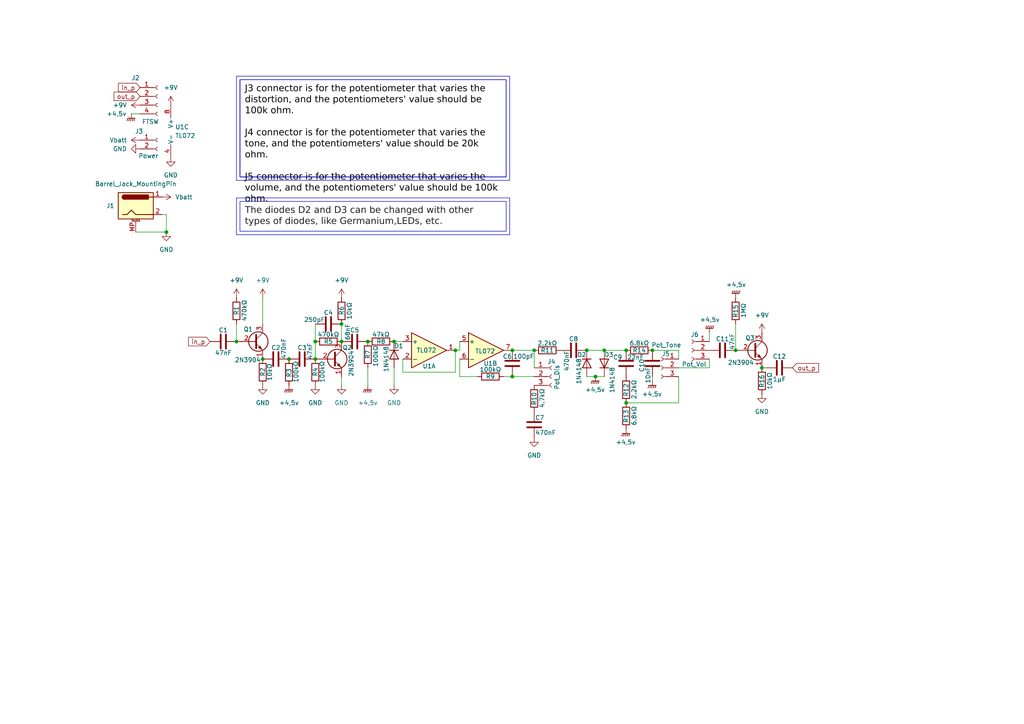
<source format=kicad_sch>
(kicad_sch (version 20231120) (generator "eeschema") (generator_version "8.0")
  (paper "A4")
  (title_block (title "DST - 2 Distortion pedal") (date "12.03.2025") (rev "1") (company "Black Mesa Research Facility"))
  (lib_symbols
    (symbol "Amplifier_Operational:TL072" (pin_names (offset 0.127))
      (property "Reference" "U" (at 0 5.08 0))
      (property "Value" "TL072" (at 0 -5.08 0))
      (symbol "TL072_1_1"
        (polyline (pts (xy -5.08 5.08) (xy 5.08 0) (xy -5.08 -5.08) (xy -5.08 5.08)) (stroke (width 0.254)) (fill (type background)))
        (pin output line (at 7.62 0 180) (length 2.54) (name "~") (number "1"))
        (pin input line (at -7.62 -2.54 0) (length 2.54) (name "-") (number "2"))
        (pin input line (at -7.62 2.54 0) (length 2.54) (name "+") (number "3"))
      )
      (symbol "TL072_2_1"
        (polyline (pts (xy -5.08 5.08) (xy 5.08 0) (xy -5.08 -5.08) (xy -5.08 5.08)) (stroke (width 0.254)) (fill (type background)))
        (pin input line (at -7.62 2.54 0) (length 2.54) (name "+") (number "5"))
        (pin input line (at -7.62 -2.54 0) (length 2.54) (name "-") (number "6"))
        (pin output line (at 7.62 0 180) (length 2.54) (name "~") (number "7"))
      )
      (symbol "TL072_3_1"
        (pin power_in line (at -2.54 -7.62 90) (length 3.81) (name "V-") (number "4"))
        (pin power_in line (at -2.54 7.62 270) (length 3.81) (name "V+") (number "8"))
      )
    )
    (symbol "Connector:Barrel_Jack_MountingPin" (pin_names hide)
      (property "Reference" "J" (at 0 5.334 0))
      (property "Value" "Barrel_Jack_MountingPin" (at 1.27 -6.35 0))
      (symbol "Barrel_Jack_MountingPin_0_1"
        (rectangle (start -5.08 3.81) (end 5.08 -3.81) (stroke (width 0.254)) (fill (type background)))
        (arc (start -3.302 3.175) (mid -3.9343 2.54) (end -3.302 1.905) (stroke (width 0.254)))
        (arc (start -3.302 3.175) (mid -3.9343 2.54) (end -3.302 1.905) (stroke (width 0.254)) (fill (type outline)))
        (polyline (pts (xy 5.08 2.54) (xy 3.81 2.54)) (stroke (width 0.254)))
        (polyline (pts (xy -3.81 -2.54) (xy -2.54 -2.54) (xy -1.27 -1.27) (xy 0 -2.54) (xy 2.54 -2.54) (xy 5.08 -2.54)) (stroke (width 0.254)))
        (rectangle (start 3.683 3.175) (end -3.302 1.905) (stroke (width 0.254)) (fill (type outline)))
      )
      (symbol "Barrel_Jack_MountingPin_1_1"
        (polyline (pts (xy -1.016 -4.572) (xy 1.016 -4.572)) (stroke (width 0.1524)))
        (text "Mounting" (at 0 -4.191 0) (effects (font (size 0.381 0.381))))
        (pin passive line (at 7.62 2.54 180) (length 2.54) (name "~") (number "1"))
        (pin passive line (at 7.62 -2.54 180) (length 2.54) (name "~") (number "2"))
        (pin passive line (at 0 -7.62 90) (length 3.048) (name "MountPin") (number "MP"))
      )
    )
    (symbol "Connector:Conn_01x02_Socket" (pin_names (offset 1.016) hide)
      (property "Reference" "J" (at 0 2.54 0))
      (property "Value" "Conn_01x02_Socket" (at 0 -5.08 0))
      (symbol "Conn_01x02_Socket_1_1"
        (arc (start 0 -2.032) (mid -0.5058 -2.54) (end 0 -3.048) (stroke (width 0.1524)))
        (polyline (pts (xy -1.27 -2.54) (xy -0.508 -2.54)) (stroke (width 0.1524)))
        (polyline (pts (xy -1.27 0) (xy -0.508 0)) (stroke (width 0.1524)))
        (arc (start 0 0.508) (mid -0.5058 0) (end 0 -0.508) (stroke (width 0.1524)))
        (pin passive line (at -5.08 0 0) (length 3.81) (name "Pin_1") (number "1"))
        (pin passive line (at -5.08 -2.54 0) (length 3.81) (name "Pin_2") (number "2"))
      )
    )
    (symbol "Connector:Conn_01x03_Socket" (pin_names (offset 1.016) hide)
      (property "Reference" "J" (at 0 5.08 0))
      (property "Value" "Conn_01x03_Socket" (at 0 -5.08 0))
      (symbol "Conn_01x03_Socket_1_1"
        (arc (start 0 -2.032) (mid -0.5058 -2.54) (end 0 -3.048) (stroke (width 0.1524)))
        (polyline (pts (xy -1.27 -2.54) (xy -0.508 -2.54)) (stroke (width 0.1524)))
        (polyline (pts (xy -1.27 0) (xy -0.508 0)) (stroke (width 0.1524)))
        (polyline (pts (xy -1.27 2.54) (xy -0.508 2.54)) (stroke (width 0.1524)))
        (arc (start 0 0.508) (mid -0.5058 0) (end 0 -0.508) (stroke (width 0.1524)))
        (arc (start 0 3.048) (mid -0.5058 2.54) (end 0 2.032) (stroke (width 0.1524)))
        (pin passive line (at -5.08 2.54 0) (length 3.81) (name "Pin_1") (number "1"))
        (pin passive line (at -5.08 0 0) (length 3.81) (name "Pin_2") (number "2"))
        (pin passive line (at -5.08 -2.54 0) (length 3.81) (name "Pin_3") (number "3"))
      )
    )
    (symbol "Connector:Conn_01x04_Socket" (pin_names (offset 1.016) hide)
      (property "Reference" "J" (at 0 5.08 0))
      (property "Value" "Conn_01x04_Socket" (at 0 -7.62 0))
      (symbol "Conn_01x04_Socket_1_1"
        (arc (start 0 -4.572) (mid -0.5058 -5.08) (end 0 -5.588) (stroke (width 0.1524)))
        (arc (start 0 -2.032) (mid -0.5058 -2.54) (end 0 -3.048) (stroke (width 0.1524)))
        (polyline (pts (xy -1.27 -5.08) (xy -0.508 -5.08)) (stroke (width 0.1524)))
        (polyline (pts (xy -1.27 -2.54) (xy -0.508 -2.54)) (stroke (width 0.1524)))
        (polyline (pts (xy -1.27 0) (xy -0.508 0)) (stroke (width 0.1524)))
        (polyline (pts (xy -1.27 2.54) (xy -0.508 2.54)) (stroke (width 0.1524)))
        (arc (start 0 0.508) (mid -0.5058 0) (end 0 -0.508) (stroke (width 0.1524)))
        (arc (start 0 3.048) (mid -0.5058 2.54) (end 0 2.032) (stroke (width 0.1524)))
        (pin passive line (at -5.08 2.54 0) (length 3.81) (name "Pin_1") (number "1"))
        (pin passive line (at -5.08 0 0) (length 3.81) (name "Pin_2") (number "2"))
        (pin passive line (at -5.08 -2.54 0) (length 3.81) (name "Pin_3") (number "3"))
        (pin passive line (at -5.08 -5.08 0) (length 3.81) (name "Pin_4") (number "4"))
      )
    )
    (symbol "Device:C" (pin_numbers hide) (pin_names (offset 0.254))
      (property "Reference" "C" (at 0.635 2.54 0))
      (property "Value" "C" (at 0.635 -2.54 0))
      (symbol "C_0_1"
        (polyline (pts (xy -2.032 -0.762) (xy 2.032 -0.762)) (stroke (width 0.508)))
        (polyline (pts (xy -2.032 0.762) (xy 2.032 0.762)) (stroke (width 0.508)))
      )
      (symbol "C_1_1"
        (pin passive line (at 0 3.81 270) (length 2.794) (name "~") (number "1"))
        (pin passive line (at 0 -3.81 90) (length 2.794) (name "~") (number "2"))
      )
    )
    (symbol "Device:R" (pin_numbers hide) (pin_names (offset 0))
      (property "Reference" "R" (at 2.032 0 90))
      (property "Value" "R" (at 0 0 90))
      (symbol "R_0_1"
        (rectangle (start -1.016 -2.54) (end 1.016 2.54) (stroke (width 0.254)))
      )
      (symbol "R_1_1"
        (pin passive line (at 0 3.81 270) (length 1.27) (name "~") (number "1"))
        (pin passive line (at 0 -3.81 90) (length 1.27) (name "~") (number "2"))
      )
    )
    (symbol "Diode:1N4148" (pin_numbers hide) (pin_names hide)
      (property "Reference" "D" (at 0 2.54 0))
      (property "Value" "1N4148" (at 0 -2.54 0))
      (symbol "1N4148_0_1"
        (polyline (pts (xy -1.27 1.27) (xy -1.27 -1.27)) (stroke (width 0.254)))
        (polyline (pts (xy 1.27 0) (xy -1.27 0)))
        (polyline (pts (xy 1.27 1.27) (xy 1.27 -1.27) (xy -1.27 0) (xy 1.27 1.27)) (stroke (width 0.254)))
      )
      (symbol "1N4148_1_1"
        (pin passive line (at -3.81 0 0) (length 2.54) (name "K") (number "1"))
        (pin passive line (at 3.81 0 180) (length 2.54) (name "A") (number "2"))
      )
    )
    (symbol "Transistor_BJT:2N3904" (pin_names (offset 0) hide)
      (property "Reference" "Q" (at 5.08 1.905 0))
      (property "Value" "2N3904" (at 5.08 0 0))
      (symbol "2N3904_0_1"
        (polyline (pts (xy 0.635 0.635) (xy 2.54 2.54)))
        (polyline (pts (xy 0.635 -0.635) (xy 2.54 -2.54) (xy 2.54 -2.54)))
        (polyline (pts (xy 0.635 1.905) (xy 0.635 -1.905) (xy 0.635 -1.905)) (stroke (width 0.508)))
        (polyline (pts (xy 1.27 -1.778) (xy 1.778 -1.27) (xy 2.286 -2.286) (xy 1.27 -1.778) (xy 1.27 -1.778)) (fill (type outline)))
        (circle (center 1.27 0) (radius 2.8194) (stroke (width 0.254)))
      )
      (symbol "2N3904_1_1"
        (pin passive line (at 2.54 -5.08 90) (length 2.54) (name "E") (number "1"))
        (pin passive line (at -5.08 0 0) (length 5.715) (name "B") (number "2"))
        (pin passive line (at 2.54 5.08 270) (length 2.54) (name "C") (number "3"))
      )
    )
    (symbol "power:+9V" (power) (pin_numbers hide) (pin_names (offset 0) hide)
      (property "Value" "+9V" (at 0 3.556 0))
      (symbol "+9V_0_1"
        (polyline (pts (xy -0.762 1.27) (xy 0 2.54)))
        (polyline (pts (xy 0 0) (xy 0 2.54)))
        (polyline (pts (xy 0 2.54) (xy 0.762 1.27)))
      )
      (symbol "+9V_1_1"
        (pin power_in line (at 0 0 90) (length 0) (name "~") (number "1"))
      )
    )
    (symbol "power:+BATT" (power) (pin_numbers hide) (pin_names (offset 0) hide)
      (property "Value" "+BATT" (at 0 3.556 0))
      (symbol "+BATT_0_1"
        (polyline (pts (xy -0.762 1.27) (xy 0 2.54)))
        (polyline (pts (xy 0 0) (xy 0 2.54)))
        (polyline (pts (xy 0 2.54) (xy 0.762 1.27)))
      )
      (symbol "+BATT_1_1"
        (pin power_in line (at 0 0 90) (length 0) (name "~") (number "1"))
      )
    )
    (symbol "power:GND" (power) (pin_numbers hide) (pin_names (offset 0) hide)
      (property "Value" "GND" (at 0 -3.81 0))
      (symbol "GND_0_1"
        (polyline (pts (xy 0 0) (xy 0 -1.27) (xy 1.27 -1.27) (xy 0 -2.54) (xy -1.27 -1.27) (xy 0 -1.27)))
      )
      (symbol "GND_1_1"
        (pin power_in line (at 0 0 270) (length 0) (name "~") (number "1"))
      )
    )
    (symbol "power:GNDPWR" (power) (pin_numbers hide) (pin_names (offset 0) hide)
      (property "Value" "GNDPWR" (at 0 -3.302 0))
      (symbol "GNDPWR_0_1"
        (polyline (pts (xy 0 -1.27) (xy 0 0)))
        (polyline (pts (xy -1.016 -1.27) (xy -1.27 -2.032) (xy -1.27 -2.032)) (stroke (width 0.2032)))
        (polyline (pts (xy -0.508 -1.27) (xy -0.762 -2.032) (xy -0.762 -2.032)) (stroke (width 0.2032)))
        (polyline (pts (xy 0 -1.27) (xy -0.254 -2.032) (xy -0.254 -2.032)) (stroke (width 0.2032)))
        (polyline (pts (xy 0.508 -1.27) (xy 0.254 -2.032) (xy 0.254 -2.032)) (stroke (width 0.2032)))
        (polyline (pts (xy 1.016 -1.27) (xy -1.016 -1.27) (xy -1.016 -1.27)) (stroke (width 0.2032)))
        (polyline (pts (xy 1.016 -1.27) (xy 0.762 -2.032) (xy 0.762 -2.032) (xy 0.762 -2.032)) (stroke (width 0.2032)))
      )
      (symbol "GNDPWR_1_1"
        (pin power_in line (at 0 0 270) (length 0) (name "~") (number "1"))
      )
    )
  )
  (junction (at 91.44 104.14))
  (junction (at 148.59 109.22))
  (junction (at 148.59 101.6))
  (junction (at 181.61 101.6))
  (junction (at 181.61 116.84))
  (junction (at 132.08 101.6))
  (junction (at 83.82 104.14))
  (junction (at 91.44 99.06))
  (junction (at 99.06 99.06))
  (junction (at 170.18 101.6))
  (junction (at 172.72 109.22))
  (junction (at 213.36 101.6))
  (junction (at 76.2 104.14))
  (junction (at 106.68 99.06))
  (junction (at 114.3 99.06))
  (junction (at 48.26 67.31))
  (junction (at 175.26 101.6))
  (junction (at 189.23 101.6))
  (junction (at 220.98 106.68))
  (junction (at 99.06 93.98))
  (junction (at 68.58 99.06))
  (junction (at 154.94 101.6))
  (wire (pts (xy 116.84 107.95) (xy 132.08 107.95)))
  (wire (pts (xy 175.26 101.6) (xy 181.61 101.6)))
  (wire (pts (xy 148.59 101.6) (xy 154.94 101.6)))
  (wire (pts (xy 196.85 116.84) (xy 196.85 109.22)))
  (wire (pts (xy 39.37 67.31) (xy 48.26 67.31)))
  (wire (pts (xy 114.3 111.76) (xy 114.3 106.68)))
  (wire (pts (xy 99.06 93.98) (xy 99.06 99.06)))
  (wire (pts (xy 205.74 104.14) (xy 205.74 106.68)))
  (wire (pts (xy 91.44 99.06) (xy 91.44 104.14)))
  (wire (pts (xy 205.74 106.68) (xy 196.85 106.68)))
  (wire (pts (xy 170.18 109.22) (xy 172.72 109.22)))
  (wire (pts (xy 222.25 106.68) (xy 220.98 106.68)))
  (wire (pts (xy 205.74 96.52) (xy 205.74 99.06)))
  (wire (pts (xy 38.1 33.02) (xy 40.64 33.02)))
  (wire (pts (xy 196.85 104.14) (xy 196.85 101.6)))
  (wire (pts (xy 91.44 93.98) (xy 91.44 99.06)))
  (wire (pts (xy 68.58 93.98) (xy 68.58 99.06)))
  (wire (pts (xy 133.35 99.06) (xy 133.35 101.6)))
  (wire (pts (xy 132.08 101.6) (xy 133.35 101.6)))
  (wire (pts (xy 133.35 109.22) (xy 133.35 104.14)))
  (wire (pts (xy 213.36 93.98) (xy 213.36 101.6)))
  (wire (pts (xy 114.3 99.06) (xy 116.84 99.06)))
  (wire (pts (xy 146.05 109.22) (xy 148.59 109.22)))
  (wire (pts (xy 116.84 104.14) (xy 116.84 107.95)))
  (wire (pts (xy 172.72 109.22) (xy 175.26 109.22)))
  (wire (pts (xy 196.85 101.6) (xy 189.23 101.6)))
  (wire (pts (xy 154.94 101.6) (xy 154.94 106.68)))
  (wire (pts (xy 132.08 107.95) (xy 132.08 101.6)))
  (wire (pts (xy 170.18 101.6) (xy 175.26 101.6)))
  (wire (pts (xy 138.43 109.22) (xy 133.35 109.22)))
  (wire (pts (xy 99.06 109.22) (xy 99.06 111.76)))
  (wire (pts (xy 76.2 86.36) (xy 76.2 93.98)))
  (wire (pts (xy 106.68 111.76) (xy 106.68 106.68)))
  (wire (pts (xy 48.26 67.31) (xy 48.26 62.23)))
  (wire (pts (xy 148.59 109.22) (xy 154.94 109.22)))
  (wire (pts (xy 189.23 109.22) (xy 189.23 110.49)))
  (wire (pts (xy 46.99 62.23) (xy 48.26 62.23)))
  (wire (pts (xy 181.61 116.84) (xy 196.85 116.84)))
  (rectangle (start 68.58 22.098) (end 147.828 52.324))
  (rectangle (start 68.58 57.404) (end 147.828 68.072))
  (rectangle (start 69.596 23.114) (end 146.812 51.308))
  (text_box "J3 connector is for the potentiometer that varies the distortion, and the potentiometers' value should be 100k ohm.\n\nJ4 connector is for the potentiometer that varies the tone, and the potentiometers' value should be 20k ohm.\n\nJ5 connector is for the potentiometer that varies the volume, and the potentiometers' value should be 100k ohm." (at 69.596 23.114 0) (size 77.216 28.194) (effects (font (size 1.905 1.905) (italic yes)) (justify left top)))
  (text_box "The diodes D2 and D3 can be changed with other types of diodes, like Germanium,LEDs, etc." (at 69.596 58.42 0) (size 77.216 8.636) (effects (font (size 1.905 1.905) (italic yes)) (justify left top)))
  (global_label "in_p" (shape input) (at 40.64 25.4 180) (property "Intersheetrefs" "${INTERSHEET_REFS}" (effects (hide yes))))
  (global_label "in_p" (shape input) (at 60.96 99.06 180) (property "Intersheetrefs" "${INTERSHEET_REFS}" (effects (hide yes))))
  (global_label "out_p" (shape input) (at 40.64 27.94 180) (property "Intersheetrefs" "${INTERSHEET_REFS}" (effects (hide yes))))
  (global_label "out_p" (shape input) (at 229.87 106.68 0) (property "Intersheetrefs" "${INTERSHEET_REFS}" (effects (hide yes))))
  (symbol (lib_id "Amplifier_Operational:TL072") (at 140.97 101.6 0) (unit 2)
    (property "Reference" "U1" (at 142.24 105.41 0))
    (property "Value" "TL072" (at 140.716 101.854 0))
    (property "Footprint" "Package_DIP:DIP-8_W8.89mm_SMDSocket_LongPads" (effects (hide yes)))
    (property "Datasheet" "http://www.ti.com/lit/ds/symlink/tl071.pdf" (effects (hide yes)))
    (property "Description" "Dual Low-Noise JFET-Input Operational Amplifiers, DIP-8/SOIC-8" (effects (hide yes)))
  )
  (symbol (lib_id "Transistor_BJT:2N3904") (at 73.66 99.06 0) (unit 1)
    (property "Reference" "Q1" (at 70.612 95.504 0) (effects (justify left)))
    (property "Value" "2N3904" (at 68.072 104.394 0) (effects (justify left)))
    (property "Footprint" "Package_TO_SOT_THT:TO-92_Inline" (effects (hide yes)))
    (property "Datasheet" "https://www.onsemi.com/pub/Collateral/2N3903-D.PDF" (effects (hide yes)))
    (property "Description" "0.2A Ic, 40V Vce, Small Signal NPN Transistor, TO-92" (effects (hide yes)))
  )
  (symbol (lib_id "Amplifier_Operational:TL072") (at 52.07 38.1 0) (unit 3)
    (property "Reference" "U1" (at 50.8 36.8299 0) (effects (justify left)))
    (property "Value" "TL072" (at 50.8 39.3699 0) (effects (justify left)))
    (property "Footprint" "Package_DIP:DIP-8_W8.89mm_SMDSocket_LongPads" (effects (hide yes)))
    (property "Datasheet" "http://www.ti.com/lit/ds/symlink/tl071.pdf" (effects (hide yes)))
    (property "Description" "Dual Low-Noise JFET-Input Operational Amplifiers, DIP-8/SOIC-8" (effects (hide yes)))
  )
  (symbol (lib_id "power:+9V") (at 99.06 86.36 0) (unit 1)
    (property "Reference" "#PWR014" (effects (hide yes)))
    (property "Value" "+9V" (at 99.06 81.28 0))
    (property "Description" "Power symbol creates a global label with name \"+9V\"" (effects (hide yes)))
  )
  (symbol (lib_id "Device:R") (at 76.2 107.95 0) (unit 1)
    (property "Reference" "R2" (at 76.2 109.22 90) (effects (justify left)))
    (property "Value" "10kΩ" (at 78.232 110.49 90) (effects (justify left)))
    (property "Footprint" "Resistor_SMD:R_0603_1608Metric_Pad0.98x0.95mm_HandSolder" (effects (hide yes)))
    (property "Description" "Resistor" (effects (hide yes)))
  )
  (symbol (lib_id "power:GND") (at 48.26 67.31 0) (unit 1)
    (property "Reference" "#PWR06" (effects (hide yes)))
    (property "Value" "GND" (at 48.26 72.39 0))
    (property "Description" "Power symbol creates a global label with name \"GND\" , ground" (effects (hide yes)))
  )
  (symbol (lib_id "Device:C") (at 148.59 105.41 0) (unit 1)
    (property "Reference" "C6" (at 145.796 103.378 0) (effects (justify left)))
    (property "Value" "100pF" (at 148.844 103.378 0) (effects (justify left)))
    (property "Footprint" "Capacitor_SMD:C_0603_1608Metric_Pad1.08x0.95mm_HandSolder" (effects (hide yes)))
    (property "Description" "Unpolarized capacitor" (effects (hide yes)))
  )
  (symbol (lib_id "power:GND") (at 220.98 114.3 0) (unit 1)
    (property "Reference" "#PWR025" (effects (hide yes)))
    (property "Value" "GND" (at 220.98 119.38 0))
    (property "Description" "Power symbol creates a global label with name \"GND\" , ground" (effects (hide yes)))
  )
  (symbol (lib_id "power:GNDPWR") (at 38.1 33.02 0) (unit 1)
    (property "Reference" "#PWR01" (effects (hide yes)))
    (property "Value" "+4,5v" (at 33.782 33.02 0))
    (property "Description" "Power symbol creates a global label with name \"GNDPWR\" , global ground" (effects (hide yes)))
  )
  (symbol (lib_id "Device:C") (at 95.25 93.98 90) (unit 1)
    (property "Reference" "C4" (at 95.25 90.678 90))
    (property "Value" "250pF" (at 91.186 92.71 90))
    (property "Footprint" "Capacitor_SMD:C_0603_1608Metric_Pad1.08x0.95mm_HandSolder" (effects (hide yes)))
    (property "Description" "Unpolarized capacitor" (effects (hide yes)))
  )
  (symbol (lib_id "Diode:1N4148") (at 114.3 102.87 270) (unit 1)
    (property "Reference" "D1" (at 114.3 100.33 90) (effects (justify left)))
    (property "Value" "1N4148" (at 112.014 100.33 0) (effects (justify left)))
    (property "Footprint" "Diode_THT:D_DO-35_SOD27_P7.62mm_Horizontal" (effects (hide yes)))
    (property "Datasheet" "https://assets.nexperia.com/documents/data-sheet/1N4148_1N4448.pdf" (effects (hide yes)))
    (property "Description" "100V 0.15A standard switching diode, DO-35" (effects (hide yes)))
    (property "Sim.Device" "D" (effects (hide yes)))
    (property "Sim.Pins" "1=K 2=A" (effects (hide yes)))
  )
  (symbol (lib_id "power:GND") (at 49.53 45.72 0) (unit 1)
    (property "Reference" "#PWR08" (effects (hide yes)))
    (property "Value" "GND" (at 49.53 50.8 0))
    (property "Description" "Power symbol creates a global label with name \"GND\" , ground" (effects (hide yes)))
  )
  (symbol (lib_id "Device:R") (at 154.94 115.57 0) (unit 1)
    (property "Reference" "R10" (at 154.94 117.602 90) (effects (justify left)))
    (property "Value" "4.7kΩ" (at 157.226 118.364 90) (effects (justify left)))
    (property "Footprint" "Resistor_SMD:R_0603_1608Metric_Pad0.98x0.95mm_HandSolder" (effects (hide yes)))
    (property "Description" "Resistor" (effects (hide yes)))
  )
  (symbol (lib_id "Device:R") (at 95.25 99.06 90) (unit 1)
    (property "Reference" "R5" (at 95.25 99.06 90))
    (property "Value" "470kΩ" (at 95.25 97.028 90))
    (property "Footprint" "Resistor_SMD:R_0603_1608Metric_Pad0.98x0.95mm_HandSolder" (effects (hide yes)))
    (property "Description" "Resistor" (effects (hide yes)))
  )
  (symbol (lib_id "Connector:Conn_01x03_Socket") (at 160.02 109.22 0) (unit 1)
    (property "Reference" "J4" (at 158.75 104.902 0) (effects (justify left)))
    (property "Value" "Pot_Dis" (at 161.544 113.03 90) (effects (justify left)))
    (property "Footprint" "Connector_JST:JST_XH_B3B-XH-A_1x03_P2.50mm_Vertical" (effects (hide yes)))
    (property "Description" "Generic connector, single row, 01x03, script generated" (effects (hide yes)))
  )
  (symbol (lib_id "power:GND") (at 114.3 111.76 0) (unit 1)
    (property "Reference" "#PWR017" (effects (hide yes)))
    (property "Value" "GND" (at 114.3 116.84 0))
    (property "Description" "Power symbol creates a global label with name \"GND\" , ground" (effects (hide yes)))
  )
  (symbol (lib_id "power:+9V") (at 49.53 30.48 0) (unit 1)
    (property "Reference" "#PWR07" (effects (hide yes)))
    (property "Value" "+9V" (at 49.53 25.4 0))
    (property "Description" "Power symbol creates a global label with name \"+9V\"" (effects (hide yes)))
  )
  (symbol (lib_id "Connector:Barrel_Jack_MountingPin") (at 39.37 59.69 0) (unit 1)
    (property "Reference" "J1" (at 32.004 59.69 0))
    (property "Value" "Barrel_Jack_MountingPin" (at 39.37 53.34 0))
    (property "Footprint" "Connector_BarrelJack:BarrelJack_Kycon_KLDX-0202-xC_Horizontal" (effects (hide yes)))
    (property "Description" "DC Barrel Jack with a mounting pin" (effects (hide yes)))
  )
  (symbol (lib_id "Device:R") (at 158.75 101.6 90) (unit 1)
    (property "Reference" "R11" (at 158.75 101.6 90))
    (property "Value" "2.2kΩ" (at 158.75 99.568 90))
    (property "Footprint" "Resistor_SMD:R_0603_1608Metric_Pad0.98x0.95mm_HandSolder" (effects (hide yes)))
    (property "Description" "Resistor" (effects (hide yes)))
  )
  (symbol (lib_id "power:GNDPWR") (at 205.74 96.52 180) (unit 1)
    (property "Reference" "#PWR022" (effects (hide yes)))
    (property "Value" "+4,5v" (at 205.867 92.71 0))
    (property "Description" "Power symbol creates a global label with name \"GNDPWR\" , global ground" (effects (hide yes)))
  )
  (symbol (lib_id "power:GND") (at 40.64 43.18 270) (unit 1)
    (property "Reference" "#PWR04" (effects (hide yes)))
    (property "Value" "GND" (at 36.83 43.1799 90) (effects (justify right)))
    (property "Description" "Power symbol creates a global label with name \"GND\" , ground" (effects (hide yes)))
  )
  (symbol (lib_id "Device:R") (at 181.61 120.65 0) (unit 1)
    (property "Reference" "R13" (at 181.61 122.682 90) (effects (justify left)))
    (property "Value" "6.8kΩ" (at 183.896 123.444 90) (effects (justify left)))
    (property "Footprint" "Resistor_SMD:R_0603_1608Metric_Pad0.98x0.95mm_HandSolder" (effects (hide yes)))
    (property "Description" "Resistor" (effects (hide yes)))
  )
  (symbol (lib_id "Amplifier_Operational:TL072") (at 124.46 101.6 0) (unit 1)
    (property "Reference" "U1" (at 124.46 106.172 0))
    (property "Value" "TL072" (at 123.698 101.6 0))
    (property "Footprint" "Package_DIP:DIP-8_W8.89mm_SMDSocket_LongPads" (effects (hide yes)))
    (property "Datasheet" "http://www.ti.com/lit/ds/symlink/tl071.pdf" (effects (hide yes)))
    (property "Description" "Dual Low-Noise JFET-Input Operational Amplifiers, DIP-8/SOIC-8" (effects (hide yes)))
  )
  (symbol (lib_id "Device:R") (at 213.36 90.17 0) (unit 1)
    (property "Reference" "R15" (at 213.36 92.202 90) (effects (justify left)))
    (property "Value" "1MΩ" (at 215.646 92.202 90) (effects (justify left)))
    (property "Footprint" "Resistor_SMD:R_0603_1608Metric_Pad0.98x0.95mm_HandSolder" (effects (hide yes)))
    (property "Description" "Resistor" (effects (hide yes)))
  )
  (symbol (lib_id "Device:R") (at 142.24 109.22 90) (unit 1)
    (property "Reference" "R9" (at 142.24 109.22 90))
    (property "Value" "100kΩ" (at 142.24 107.188 90))
    (property "Footprint" "Resistor_SMD:R_0603_1608Metric_Pad0.98x0.95mm_HandSolder" (effects (hide yes)))
    (property "Description" "Resistor" (effects (hide yes)))
  )
  (symbol (lib_id "Connector:Conn_01x04_Socket") (at 45.72 27.94 0) (unit 1)
    (property "Reference" "J2" (at 38.1 22.606 0) (effects (justify left)))
    (property "Value" "FTSW" (at 41.148 35.306 0) (effects (justify left)))
    (property "Footprint" "Connector_JST:JST_XH_B4B-XH-A_1x04_P2.50mm_Vertical" (effects (hide yes)))
    (property "Description" "Generic connector, single row, 01x04, script generated" (effects (hide yes)))
  )
  (symbol (lib_id "power:GND") (at 99.06 111.76 0) (unit 1)
    (property "Reference" "#PWR015" (effects (hide yes)))
    (property "Value" "GND" (at 99.06 116.84 0))
    (property "Description" "Power symbol creates a global label with name \"GND\" , ground" (effects (hide yes)))
  )
  (symbol (lib_id "Device:C") (at 181.61 105.41 0) (unit 1)
    (property "Reference" "C9" (at 177.8 103.632 0) (effects (justify left)))
    (property "Value" "22nF" (at 181.864 103.632 0) (effects (justify left)))
    (property "Footprint" "Capacitor_SMD:C_0603_1608Metric_Pad1.08x0.95mm_HandSolder" (effects (hide yes)))
    (property "Description" "Unpolarized capacitor" (effects (hide yes)))
  )
  (symbol (lib_id "Device:R") (at 68.58 90.17 0) (unit 1)
    (property "Reference" "R1" (at 68.58 91.44 90) (effects (justify left)))
    (property "Value" "470kΩ" (at 70.866 93.218 90) (effects (justify left)))
    (property "Footprint" "Resistor_SMD:R_0603_1608Metric_Pad0.98x0.95mm_HandSolder" (effects (hide yes)))
    (property "Description" "Resistor" (effects (hide yes)))
  )
  (symbol (lib_id "Device:R") (at 99.06 90.17 0) (unit 1)
    (property "Reference" "R6" (at 99.06 91.44 90) (effects (justify left)))
    (property "Value" "10kΩ" (at 101.346 92.71 90) (effects (justify left)))
    (property "Footprint" "Resistor_SMD:R_0603_1608Metric_Pad0.98x0.95mm_HandSolder" (effects (hide yes)))
    (property "Description" "Resistor" (effects (hide yes)))
  )
  (symbol (lib_id "Connector:Conn_01x03_Socket") (at 191.77 106.68 0) (mirror y) (unit 1)
    (property "Reference" "J5" (at 194.31 102.616 0) (effects (justify left)))
    (property "Value" "Pot_Tone" (at 197.612 100.076 0) (effects (justify left)))
    (property "Footprint" "Connector_JST:JST_XH_B3B-XH-A_1x03_P2.50mm_Vertical" (effects (hide yes)))
    (property "Description" "Generic connector, single row, 01x03, script generated" (effects (hide yes)))
  )
  (symbol (lib_id "power:GND") (at 91.44 111.76 0) (unit 1)
    (property "Reference" "#PWR013" (effects (hide yes)))
    (property "Value" "GND" (at 91.44 116.84 0))
    (property "Description" "Power symbol creates a global label with name \"GND\" , ground" (effects (hide yes)))
  )
  (symbol (lib_id "Device:C") (at 102.87 99.06 90) (unit 1)
    (property "Reference" "C5" (at 102.87 95.758 90))
    (property "Value" "68nF" (at 100.838 96.266 0))
    (property "Footprint" "Capacitor_SMD:C_0603_1608Metric_Pad1.08x0.95mm_HandSolder" (effects (hide yes)))
    (property "Description" "Unpolarized capacitor" (effects (hide yes)))
  )
  (symbol (lib_id "power:GNDPWR") (at 83.82 111.76 0) (unit 1)
    (property "Reference" "#PWR012" (effects (hide yes)))
    (property "Value" "+4,5v" (at 83.82 116.84 0))
    (property "Description" "Power symbol creates a global label with name \"GNDPWR\" , global ground" (effects (hide yes)))
  )
  (symbol (lib_id "Device:R") (at 220.98 110.49 0) (unit 1)
    (property "Reference" "R16" (at 220.98 112.522 90) (effects (justify left)))
    (property "Value" "10kΩ" (at 223.266 113.03 90) (effects (justify left)))
    (property "Footprint" "Resistor_SMD:R_0603_1608Metric_Pad0.98x0.95mm_HandSolder" (effects (hide yes)))
    (property "Description" "Resistor" (effects (hide yes)))
  )
  (symbol (lib_id "Device:R") (at 83.82 107.95 0) (unit 1)
    (property "Reference" "R3" (at 83.82 109.474 90) (effects (justify left)))
    (property "Value" "100kΩ" (at 85.852 110.998 90) (effects (justify left)))
    (property "Footprint" "Resistor_SMD:R_0603_1608Metric_Pad0.98x0.95mm_HandSolder" (effects (hide yes)))
    (property "Description" "Resistor" (effects (hide yes)))
  )
  (symbol (lib_id "power:+9V") (at 68.58 86.36 0) (unit 1)
    (property "Reference" "#PWR09" (effects (hide yes)))
    (property "Value" "+9V" (at 68.58 81.28 0))
    (property "Description" "Power symbol creates a global label with name \"+9V\"" (effects (hide yes)))
  )
  (symbol (lib_id "power:GND") (at 154.94 127 0) (unit 1)
    (property "Reference" "#PWR018" (effects (hide yes)))
    (property "Value" "GND" (at 154.94 132.08 0))
    (property "Description" "Power symbol creates a global label with name \"GND\" , ground" (effects (hide yes)))
  )
  (symbol (lib_id "power:+BATT") (at 46.99 57.15 270) (unit 1)
    (property "Reference" "#PWR05" (effects (hide yes)))
    (property "Value" "Vbatt" (at 50.8 57.1499 90) (effects (justify left)))
    (property "Description" "Power symbol creates a global label with name \"+BATT\"" (effects (hide yes)))
  )
  (symbol (lib_id "Device:R") (at 106.68 102.87 0) (unit 1)
    (property "Reference" "R7" (at 106.68 104.14 90) (effects (justify left)))
    (property "Value" "100kΩ" (at 108.966 106.426 90) (effects (justify left)))
    (property "Footprint" "Resistor_SMD:R_0603_1608Metric_Pad0.98x0.95mm_HandSolder" (effects (hide yes)))
    (property "Description" "Resistor" (effects (hide yes)))
  )
  (symbol (lib_id "Device:R") (at 91.44 107.95 0) (unit 1)
    (property "Reference" "R4" (at 91.44 109.22 90) (effects (justify left)))
    (property "Value" "100kΩ" (at 93.472 110.998 90) (effects (justify left)))
    (property "Footprint" "Resistor_SMD:R_0603_1608Metric_Pad0.98x0.95mm_HandSolder" (effects (hide yes)))
    (property "Description" "Resistor" (effects (hide yes)))
  )
  (symbol (lib_id "power:GND") (at 76.2 111.76 0) (unit 1)
    (property "Reference" "#PWR011" (effects (hide yes)))
    (property "Value" "GND" (at 76.2 116.84 0))
    (property "Description" "Power symbol creates a global label with name \"GND\" , ground" (effects (hide yes)))
  )
  (symbol (lib_id "power:+BATT") (at 40.64 40.64 90) (unit 1)
    (property "Reference" "#PWR03" (effects (hide yes)))
    (property "Value" "Vbatt" (at 36.83 40.6399 90) (effects (justify left)))
    (property "Description" "Power symbol creates a global label with name \"+BATT\"" (effects (hide yes)))
  )
  (symbol (lib_id "Diode:1N4148") (at 170.18 105.41 270) (unit 1)
    (property "Reference" "D2" (at 167.386 102.87 90) (effects (justify left)))
    (property "Value" "1N4148" (at 167.894 103.886 0) (effects (justify left)))
    (property "Footprint" "Diode_THT:D_DO-35_SOD27_P7.62mm_Horizontal" (effects (hide yes)))
    (property "Datasheet" "https://assets.nexperia.com/documents/data-sheet/1N4148_1N4448.pdf" (effects (hide yes)))
    (property "Description" "100V 0.15A standard switching diode, DO-35" (effects (hide yes)))
    (property "Sim.Device" "D" (effects (hide yes)))
    (property "Sim.Pins" "1=K 2=A" (effects (hide yes)))
  )
  (symbol (lib_id "Device:R") (at 181.61 113.03 0) (unit 1)
    (property "Reference" "R12" (at 181.61 115.062 90) (effects (justify left)))
    (property "Value" "2.2kΩ" (at 183.896 115.824 90) (effects (justify left)))
    (property "Footprint" "Resistor_SMD:R_0603_1608Metric_Pad0.98x0.95mm_HandSolder" (effects (hide yes)))
    (property "Description" "Resistor" (effects (hide yes)))
  )
  (symbol (lib_id "Device:C") (at 209.55 101.6 90) (unit 1)
    (property "Reference" "C11" (at 209.55 98.298 90))
    (property "Value" "47nF" (at 212.344 99.06 0))
    (property "Footprint" "Capacitor_SMD:C_0603_1608Metric_Pad1.08x0.95mm_HandSolder" (effects (hide yes)))
    (property "Description" "Unpolarized capacitor" (effects (hide yes)))
  )
  (symbol (lib_id "power:GNDPWR") (at 189.23 110.49 0) (unit 1)
    (property "Reference" "#PWR021" (effects (hide yes)))
    (property "Value" "+4,5v" (at 189.103 114.3 0))
    (property "Description" "Power symbol creates a global label with name \"GNDPWR\" , global ground" (effects (hide yes)))
  )
  (symbol (lib_id "Diode:1N4148") (at 175.26 105.41 90) (unit 1)
    (property "Reference" "D3" (at 175.26 102.87 90) (effects (justify right)))
    (property "Value" "1N4148" (at 177.546 106.426 0) (effects (justify right)))
    (property "Footprint" "Diode_THT:D_DO-35_SOD27_P7.62mm_Horizontal" (effects (hide yes)))
    (property "Datasheet" "https://assets.nexperia.com/documents/data-sheet/1N4148_1N4448.pdf" (effects (hide yes)))
    (property "Description" "100V 0.15A standard switching diode, DO-35" (effects (hide yes)))
    (property "Sim.Device" "D" (effects (hide yes)))
    (property "Sim.Pins" "1=K 2=A" (effects (hide yes)))
  )
  (symbol (lib_id "Connector:Conn_01x02_Socket") (at 45.72 40.64 0) (unit 1)
    (property "Reference" "J3" (at 39.116 38.1 0) (effects (justify left)))
    (property "Value" "Power" (at 40.132 45.212 0) (effects (justify left)))
    (property "Footprint" "Connector_JST:JST_XH_B2B-XH-A_1x02_P2.50mm_Vertical" (effects (hide yes)))
    (property "Description" "Generic connector, single row, 01x02, script generated" (effects (hide yes)))
  )
  (symbol (lib_id "power:+9V") (at 76.2 86.36 0) (unit 1)
    (property "Reference" "#PWR010" (effects (hide yes)))
    (property "Value" "+9V" (at 76.2 81.28 0))
    (property "Description" "Power symbol creates a global label with name \"+9V\"" (effects (hide yes)))
  )
  (symbol (lib_id "power:+9V") (at 220.98 96.52 0) (unit 1)
    (property "Reference" "#PWR024" (effects (hide yes)))
    (property "Value" "+9V" (at 220.98 91.44 0))
    (property "Description" "Power symbol creates a global label with name \"+9V\"" (effects (hide yes)))
  )
  (symbol (lib_id "power:GNDPWR") (at 106.68 111.76 0) (unit 1)
    (property "Reference" "#PWR016" (effects (hide yes)))
    (property "Value" "+4,5v" (at 106.68 116.84 0))
    (property "Description" "Power symbol creates a global label with name \"GNDPWR\" , global ground" (effects (hide yes)))
  )
  (symbol (lib_id "power:+9V") (at 40.64 30.48 90) (unit 1)
    (property "Reference" "#PWR02" (effects (hide yes)))
    (property "Value" "+9V" (at 36.83 30.4799 90) (effects (justify left)))
    (property "Description" "Power symbol creates a global label with name \"+9V\"" (effects (hide yes)))
  )
  (symbol (lib_id "Transistor_BJT:2N3904") (at 218.44 101.6 0) (unit 1)
    (property "Reference" "Q3" (at 216.154 98.044 0) (effects (justify left)))
    (property "Value" "2N3904" (at 211.074 105.156 0) (effects (justify left)))
    (property "Footprint" "Package_TO_SOT_THT:TO-92_Inline" (effects (hide yes)))
    (property "Datasheet" "https://www.onsemi.com/pub/Collateral/2N3903-D.PDF" (effects (hide yes)))
    (property "Description" "0.2A Ic, 40V Vce, Small Signal NPN Transistor, TO-92" (effects (hide yes)))
  )
  (symbol (lib_id "Device:R") (at 110.49 99.06 90) (unit 1)
    (property "Reference" "R8" (at 110.49 99.06 90))
    (property "Value" "47kΩ" (at 110.49 97.028 90))
    (property "Footprint" "Resistor_SMD:R_0603_1608Metric_Pad0.98x0.95mm_HandSolder" (effects (hide yes)))
    (property "Description" "Resistor" (effects (hide yes)))
  )
  (symbol (lib_id "Transistor_BJT:2N3904") (at 96.52 104.14 0) (unit 1)
    (property "Reference" "Q2" (at 99.314 100.838 0) (effects (justify left)))
    (property "Value" "2N3904" (at 101.854 109.22 90) (effects (justify left)))
    (property "Footprint" "Package_TO_SOT_THT:TO-92_Inline" (effects (hide yes)))
    (property "Datasheet" "https://www.onsemi.com/pub/Collateral/2N3903-D.PDF" (effects (hide yes)))
    (property "Description" "0.2A Ic, 40V Vce, Small Signal NPN Transistor, TO-92" (effects (hide yes)))
  )
  (symbol (lib_id "Device:C") (at 80.01 104.14 90) (unit 1)
    (property "Reference" "C2" (at 80.01 100.838 90))
    (property "Value" "470nF" (at 82.296 101.092 0))
    (property "Footprint" "Capacitor_SMD:C_0603_1608Metric_Pad1.08x0.95mm_HandSolder" (effects (hide yes)))
    (property "Description" "Unpolarized capacitor" (effects (hide yes)))
  )
  (symbol (lib_id "Device:C") (at 189.23 105.41 180) (unit 1)
    (property "Reference" "C10" (at 186.182 107.95 90) (effects (justify right)))
    (property "Value" "10nF" (at 187.96 111.252 90) (effects (justify right)))
    (property "Footprint" "Capacitor_SMD:C_0603_1608Metric_Pad1.08x0.95mm_HandSolder" (effects (hide yes)))
    (property "Description" "Unpolarized capacitor" (effects (hide yes)))
  )
  (symbol (lib_id "Device:C") (at 87.63 104.14 90) (unit 1)
    (property "Reference" "C3" (at 87.63 100.838 90))
    (property "Value" "47nF" (at 89.916 101.854 0))
    (property "Footprint" "Capacitor_SMD:C_0603_1608Metric_Pad1.08x0.95mm_HandSolder" (effects (hide yes)))
    (property "Description" "Unpolarized capacitor" (effects (hide yes)))
  )
  (symbol (lib_id "Device:C") (at 226.06 106.68 90) (unit 1)
    (property "Reference" "C12" (at 226.06 103.378 90))
    (property "Value" "1µF" (at 226.06 109.982 90))
    (property "Footprint" "Capacitor_SMD:C_0603_1608Metric_Pad1.08x0.95mm_HandSolder" (effects (hide yes)))
    (property "Description" "Unpolarized capacitor" (effects (hide yes)))
  )
  (symbol (lib_id "Device:C") (at 64.77 99.06 90) (unit 1)
    (property "Reference" "C1" (at 64.77 95.758 90))
    (property "Value" "47nF" (at 64.77 102.362 90))
    (property "Footprint" "Capacitor_SMD:C_0603_1608Metric_Pad1.08x0.95mm_HandSolder" (effects (hide yes)))
    (property "Description" "Unpolarized capacitor" (effects (hide yes)))
  )
  (symbol (lib_id "power:GNDPWR") (at 181.61 124.46 0) (unit 1)
    (property "Reference" "#PWR020" (effects (hide yes)))
    (property "Value" "+4,5v" (at 181.483 128.27 0))
    (property "Description" "Power symbol creates a global label with name \"GNDPWR\" , global ground" (effects (hide yes)))
  )
  (symbol (lib_id "Connector:Conn_01x03_Socket") (at 200.66 101.6 0) (mirror y) (unit 1)
    (property "Reference" "J6" (at 202.692 97.028 0) (effects (justify left)))
    (property "Value" "Pot_Vol" (at 204.978 105.664 0) (effects (justify left)))
    (property "Footprint" "Connector_JST:JST_XH_B3B-XH-A_1x03_P2.50mm_Vertical" (effects (hide yes)))
    (property "Description" "Generic connector, single row, 01x03, script generated" (effects (hide yes)))
  )
  (symbol (lib_id "power:GNDPWR") (at 172.72 109.22 0) (unit 1)
    (property "Reference" "#PWR019" (effects (hide yes)))
    (property "Value" "+4,5v" (at 172.593 113.03 0))
    (property "Description" "Power symbol creates a global label with name \"GNDPWR\" , global ground" (effects (hide yes)))
  )
  (symbol (lib_id "Device:C") (at 166.37 101.6 90) (unit 1)
    (property "Reference" "C8" (at 166.37 98.298 90))
    (property "Value" "470nF" (at 164.338 104.648 0))
    (property "Footprint" "Capacitor_SMD:C_0603_1608Metric_Pad1.08x0.95mm_HandSolder" (effects (hide yes)))
    (property "Description" "Unpolarized capacitor" (effects (hide yes)))
  )
  (symbol (lib_id "power:GNDPWR") (at 213.36 86.36 180) (unit 1)
    (property "Reference" "#PWR023" (effects (hide yes)))
    (property "Value" "+4,5v" (at 213.487 82.55 0))
    (property "Description" "Power symbol creates a global label with name \"GNDPWR\" , global ground" (effects (hide yes)))
  )
  (symbol (lib_id "Device:C") (at 154.94 123.19 0) (unit 1)
    (property "Reference" "C7" (at 155.194 121.158 0) (effects (justify left)))
    (property "Value" "470nF" (at 155.194 125.476 0) (effects (justify left)))
    (property "Footprint" "Capacitor_SMD:C_0603_1608Metric_Pad1.08x0.95mm_HandSolder" (effects (hide yes)))
    (property "Description" "Unpolarized capacitor" (effects (hide yes)))
  )
  (symbol (lib_id "Device:R") (at 185.42 101.6 90) (unit 1)
    (property "Reference" "R14" (at 185.42 101.6 90))
    (property "Value" "6.8kΩ" (at 185.42 99.568 90))
    (property "Footprint" "Resistor_SMD:R_0603_1608Metric_Pad0.98x0.95mm_HandSolder" (effects (hide yes)))
    (property "Description" "Resistor" (effects (hide yes)))
  )
)
</source>
